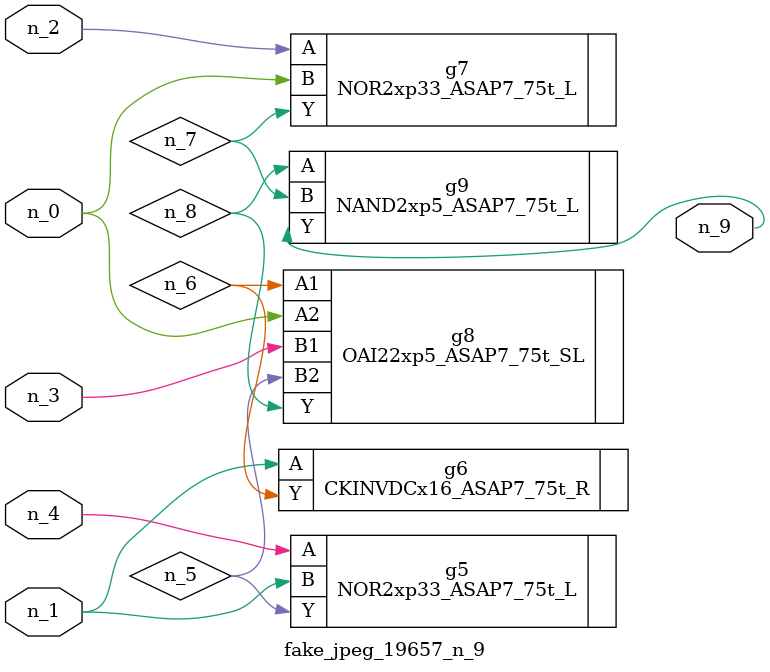
<source format=v>
module fake_jpeg_19657_n_9 (n_3, n_2, n_1, n_0, n_4, n_9);

input n_3;
input n_2;
input n_1;
input n_0;
input n_4;

output n_9;

wire n_8;
wire n_6;
wire n_5;
wire n_7;

NOR2xp33_ASAP7_75t_L g5 ( 
.A(n_4),
.B(n_1),
.Y(n_5)
);

CKINVDCx16_ASAP7_75t_R g6 ( 
.A(n_1),
.Y(n_6)
);

NOR2xp33_ASAP7_75t_L g7 ( 
.A(n_2),
.B(n_0),
.Y(n_7)
);

OAI22xp5_ASAP7_75t_SL g8 ( 
.A1(n_6),
.A2(n_0),
.B1(n_3),
.B2(n_5),
.Y(n_8)
);

NAND2xp5_ASAP7_75t_L g9 ( 
.A(n_8),
.B(n_7),
.Y(n_9)
);


endmodule
</source>
